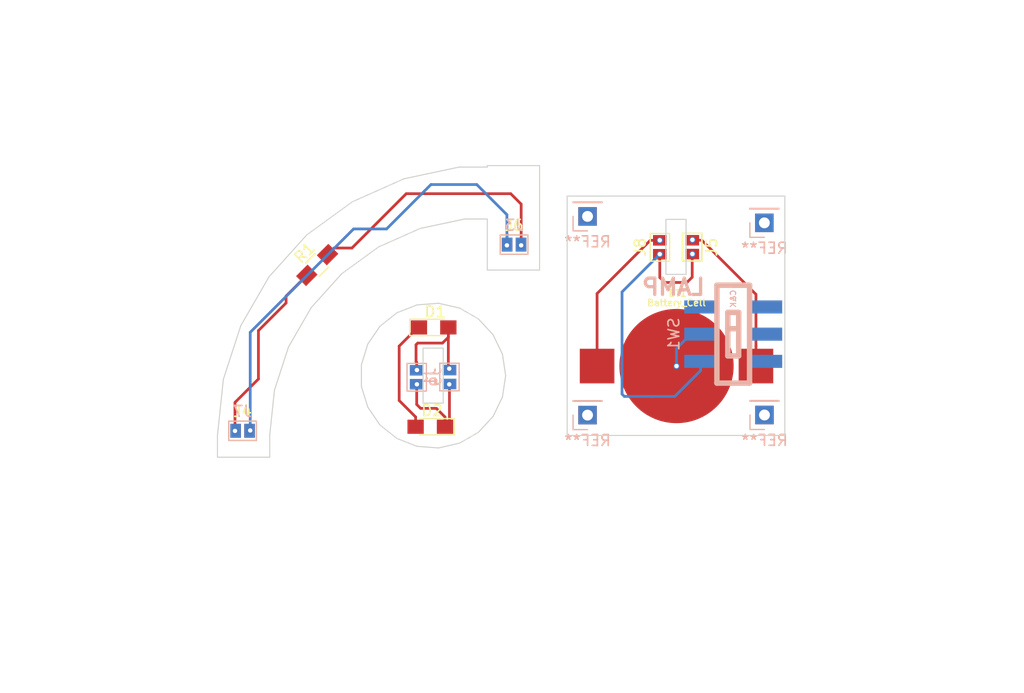
<source format=kicad_pcb>
(kicad_pcb (version 20170922) (host pcbnew no-vcs-found-6006b54~60~ubuntu17.04.1)

  (general
    (thickness 1.6)
    (drawings 62)
    (tracks 83)
    (zones 0)
    (modules 17)
    (nets 8)
  )

  (page A4)
  (layers
    (0 F.Cu signal)
    (31 B.Cu signal)
    (32 B.Adhes user)
    (33 F.Adhes user)
    (34 B.Paste user)
    (35 F.Paste user)
    (36 B.SilkS user)
    (37 F.SilkS user)
    (38 B.Mask user)
    (39 F.Mask user)
    (40 Dwgs.User user)
    (41 Cmts.User user)
    (42 Eco1.User user)
    (43 Eco2.User user)
    (44 Edge.Cuts user)
    (45 Margin user)
    (46 B.CrtYd user)
    (47 F.CrtYd user)
    (48 B.Fab user)
    (49 F.Fab user)
  )

  (setup
    (last_trace_width 0.25)
    (trace_clearance 0.1525)
    (zone_clearance 0.508)
    (zone_45_only no)
    (trace_min 0.1525)
    (segment_width 0.2)
    (edge_width 0.15)
    (via_size 0.6)
    (via_drill 0.4)
    (via_min_size 0.4)
    (via_min_drill 0.3)
    (uvia_size 0.3)
    (uvia_drill 0.1)
    (uvias_allowed no)
    (uvia_min_size 0.2)
    (uvia_min_drill 0.1)
    (pcb_text_width 0.3)
    (pcb_text_size 1.5 1.5)
    (mod_edge_width 0.15)
    (mod_text_size 1 1)
    (mod_text_width 0.15)
    (pad_size 4 4)
    (pad_drill 0)
    (pad_to_mask_clearance 0.2)
    (aux_axis_origin 0 0)
    (visible_elements FFFFFF7F)
    (pcbplotparams
      (layerselection 0x01000_7fffffff)
      (usegerberextensions false)
      (usegerberattributes true)
      (usegerberadvancedattributes true)
      (creategerberjobfile true)
      (excludeedgelayer true)
      (linewidth 0.100000)
      (plotframeref false)
      (viasonmask false)
      (mode 1)
      (useauxorigin true)
      (hpglpennumber 1)
      (hpglpenspeed 20)
      (hpglpendiameter 15)
      (psnegative false)
      (psa4output false)
      (plotreference false)
      (plotvalue false)
      (plotinvisibletext false)
      (padsonsilk false)
      (subtractmaskfromsilk false)
      (outputformat 3)
      (mirror false)
      (drillshape 0)
      (scaleselection 1)
      (outputdirectory ""))
  )

  (net 0 "")
  (net 1 GND)
  (net 2 "Net-(D1-Pad1)")
  (net 3 BAT+)
  (net 4 BAT-)
  (net 5 B2OUT+)
  (net 6 "Net-(SW1-Pad3)")
  (net 7 "Net-(BT1-Pad2)")

  (net_class Default "This is the default net class."
    (clearance 0.1525)
    (trace_width 0.25)
    (via_dia 0.6)
    (via_drill 0.4)
    (uvia_dia 0.3)
    (uvia_drill 0.1)
    (add_net B2OUT+)
    (add_net BAT+)
    (add_net BAT-)
    (add_net "Net-(BT1-Pad2)")
    (add_net "Net-(D1-Pad1)")
    (add_net "Net-(SW1-Pad3)")
  )

  (module SH_Batteries:Battery_Retainer_SR44_Keystone_2996 (layer F.Cu) (tedit 59D01827) (tstamp 59D06C28)
    (at 227.87758 100.33128)
    (path /59CBE70A)
    (solder_mask_margin 0.05)
    (solder_paste_margin -0.1)
    (attr smd)
    (fp_text reference BT1 (at 0.10242 -6.68128 180) (layer F.SilkS)
      (effects (font (size 0.6 0.6) (thickness 0.127)))
    )
    (fp_text value Battery_Cell (at 0 -5.81128) (layer F.SilkS)
      (effects (font (size 0.6 0.6) (thickness 0.127)))
    )
    (fp_line (start -6.6 -5.8) (end -6.6 4) (layer F.CrtYd) (width 0.05))
    (fp_line (start -3.57 6.27) (end -6.6 4) (layer F.CrtYd) (width 0.05))
    (fp_line (start 3.57 6.27) (end 6.6 4) (layer F.CrtYd) (width 0.05))
    (fp_line (start 6.6 -5.8) (end 6.6 4) (layer F.CrtYd) (width 0.05))
    (fp_line (start 6.6 -5.8) (end -6.6 -5.8) (layer F.CrtYd) (width 0.05))
    (fp_line (start -3.57 6.27) (end 3.57 6.27) (layer F.CrtYd) (width 0.05))
    (pad 1 smd rect (at -7.3 0) (size 3.18 3.18) (layers F.Cu F.Paste F.Mask)
      (net 3 BAT+))
    (pad 1 smd rect (at 7.3 0) (size 3.18 3.18) (layers F.Cu F.Paste F.Mask)
      (net 3 BAT+))
    (pad 2 connect circle (at 0 0) (size 10.5 10.5) (layers F.Cu F.Mask)
      (net 7 "Net-(BT1-Pad2)"))
  )

  (module Pin_Headers:Pin_Header_Straight_1x01_Pitch2.54mm (layer B.Cu) (tedit 59650532) (tstamp 59D4DFAE)
    (at 235.96 104.83)
    (descr "Through hole straight pin header, 1x01, 2.54mm pitch, single row")
    (tags "Through hole pin header THT 1x01 2.54mm single row")
    (fp_text reference REF** (at 0 2.33) (layer B.SilkS)
      (effects (font (size 1 1) (thickness 0.15)) (justify mirror))
    )
    (fp_text value Pin_Header_Straight_1x01_Pitch2.54mm (at 0 -2.33) (layer B.Fab)
      (effects (font (size 1 1) (thickness 0.15)) (justify mirror))
    )
    (fp_text user %R (at 0 0 -90) (layer B.Fab)
      (effects (font (size 1 1) (thickness 0.15)) (justify mirror))
    )
    (fp_line (start 1.8 1.8) (end -1.8 1.8) (layer B.CrtYd) (width 0.05))
    (fp_line (start 1.8 -1.8) (end 1.8 1.8) (layer B.CrtYd) (width 0.05))
    (fp_line (start -1.8 -1.8) (end 1.8 -1.8) (layer B.CrtYd) (width 0.05))
    (fp_line (start -1.8 1.8) (end -1.8 -1.8) (layer B.CrtYd) (width 0.05))
    (fp_line (start -1.33 1.33) (end 0 1.33) (layer B.SilkS) (width 0.12))
    (fp_line (start -1.33 0) (end -1.33 1.33) (layer B.SilkS) (width 0.12))
    (fp_line (start -1.33 -1.27) (end 1.33 -1.27) (layer B.SilkS) (width 0.12))
    (fp_line (start 1.33 -1.27) (end 1.33 -1.33) (layer B.SilkS) (width 0.12))
    (fp_line (start -1.33 -1.27) (end -1.33 -1.33) (layer B.SilkS) (width 0.12))
    (fp_line (start -1.33 -1.33) (end 1.33 -1.33) (layer B.SilkS) (width 0.12))
    (fp_line (start -1.27 0.635) (end -0.635 1.27) (layer B.Fab) (width 0.1))
    (fp_line (start -1.27 -1.27) (end -1.27 0.635) (layer B.Fab) (width 0.1))
    (fp_line (start 1.27 -1.27) (end -1.27 -1.27) (layer B.Fab) (width 0.1))
    (fp_line (start 1.27 1.27) (end 1.27 -1.27) (layer B.Fab) (width 0.1))
    (fp_line (start -0.635 1.27) (end 1.27 1.27) (layer B.Fab) (width 0.1))
    (pad 1 thru_hole rect (at 0 0) (size 1.7 1.7) (drill 1) (layers *.Cu *.Mask))
    (model ${KISYS3DMOD}/Pin_Headers.3dshapes/Pin_Header_Straight_1x01_Pitch2.54mm.wrl
      (at (xyz 0 0 0))
      (scale (xyz 1 1 1))
      (rotate (xyz 0 0 0))
    )
  )

  (module Pin_Headers:Pin_Header_Straight_1x01_Pitch2.54mm (layer B.Cu) (tedit 59650532) (tstamp 59D4DF86)
    (at 219.7 104.84)
    (descr "Through hole straight pin header, 1x01, 2.54mm pitch, single row")
    (tags "Through hole pin header THT 1x01 2.54mm single row")
    (fp_text reference REF** (at 0 2.33) (layer B.SilkS)
      (effects (font (size 1 1) (thickness 0.15)) (justify mirror))
    )
    (fp_text value Pin_Header_Straight_1x01_Pitch2.54mm (at 0 -2.33) (layer B.Fab)
      (effects (font (size 1 1) (thickness 0.15)) (justify mirror))
    )
    (fp_line (start -0.635 1.27) (end 1.27 1.27) (layer B.Fab) (width 0.1))
    (fp_line (start 1.27 1.27) (end 1.27 -1.27) (layer B.Fab) (width 0.1))
    (fp_line (start 1.27 -1.27) (end -1.27 -1.27) (layer B.Fab) (width 0.1))
    (fp_line (start -1.27 -1.27) (end -1.27 0.635) (layer B.Fab) (width 0.1))
    (fp_line (start -1.27 0.635) (end -0.635 1.27) (layer B.Fab) (width 0.1))
    (fp_line (start -1.33 -1.33) (end 1.33 -1.33) (layer B.SilkS) (width 0.12))
    (fp_line (start -1.33 -1.27) (end -1.33 -1.33) (layer B.SilkS) (width 0.12))
    (fp_line (start 1.33 -1.27) (end 1.33 -1.33) (layer B.SilkS) (width 0.12))
    (fp_line (start -1.33 -1.27) (end 1.33 -1.27) (layer B.SilkS) (width 0.12))
    (fp_line (start -1.33 0) (end -1.33 1.33) (layer B.SilkS) (width 0.12))
    (fp_line (start -1.33 1.33) (end 0 1.33) (layer B.SilkS) (width 0.12))
    (fp_line (start -1.8 1.8) (end -1.8 -1.8) (layer B.CrtYd) (width 0.05))
    (fp_line (start -1.8 -1.8) (end 1.8 -1.8) (layer B.CrtYd) (width 0.05))
    (fp_line (start 1.8 -1.8) (end 1.8 1.8) (layer B.CrtYd) (width 0.05))
    (fp_line (start 1.8 1.8) (end -1.8 1.8) (layer B.CrtYd) (width 0.05))
    (fp_text user %R (at 0 0 -90) (layer B.Fab)
      (effects (font (size 1 1) (thickness 0.15)) (justify mirror))
    )
    (pad 1 thru_hole rect (at 0 0) (size 1.7 1.7) (drill 1) (layers *.Cu *.Mask))
    (model ${KISYS3DMOD}/Pin_Headers.3dshapes/Pin_Header_Straight_1x01_Pitch2.54mm.wrl
      (at (xyz 0 0 0))
      (scale (xyz 1 1 1))
      (rotate (xyz 0 0 0))
    )
  )

  (module Pin_Headers:Pin_Header_Straight_1x01_Pitch2.54mm (layer B.Cu) (tedit 59650532) (tstamp 59D4DF5E)
    (at 219.7 86.58)
    (descr "Through hole straight pin header, 1x01, 2.54mm pitch, single row")
    (tags "Through hole pin header THT 1x01 2.54mm single row")
    (fp_text reference REF** (at 0 2.33) (layer B.SilkS)
      (effects (font (size 1 1) (thickness 0.15)) (justify mirror))
    )
    (fp_text value Pin_Header_Straight_1x01_Pitch2.54mm (at 0 -2.33) (layer B.Fab)
      (effects (font (size 1 1) (thickness 0.15)) (justify mirror))
    )
    (fp_text user %R (at 0 0 -90) (layer B.Fab)
      (effects (font (size 1 1) (thickness 0.15)) (justify mirror))
    )
    (fp_line (start 1.8 1.8) (end -1.8 1.8) (layer B.CrtYd) (width 0.05))
    (fp_line (start 1.8 -1.8) (end 1.8 1.8) (layer B.CrtYd) (width 0.05))
    (fp_line (start -1.8 -1.8) (end 1.8 -1.8) (layer B.CrtYd) (width 0.05))
    (fp_line (start -1.8 1.8) (end -1.8 -1.8) (layer B.CrtYd) (width 0.05))
    (fp_line (start -1.33 1.33) (end 0 1.33) (layer B.SilkS) (width 0.12))
    (fp_line (start -1.33 0) (end -1.33 1.33) (layer B.SilkS) (width 0.12))
    (fp_line (start -1.33 -1.27) (end 1.33 -1.27) (layer B.SilkS) (width 0.12))
    (fp_line (start 1.33 -1.27) (end 1.33 -1.33) (layer B.SilkS) (width 0.12))
    (fp_line (start -1.33 -1.27) (end -1.33 -1.33) (layer B.SilkS) (width 0.12))
    (fp_line (start -1.33 -1.33) (end 1.33 -1.33) (layer B.SilkS) (width 0.12))
    (fp_line (start -1.27 0.635) (end -0.635 1.27) (layer B.Fab) (width 0.1))
    (fp_line (start -1.27 -1.27) (end -1.27 0.635) (layer B.Fab) (width 0.1))
    (fp_line (start 1.27 -1.27) (end -1.27 -1.27) (layer B.Fab) (width 0.1))
    (fp_line (start 1.27 1.27) (end 1.27 -1.27) (layer B.Fab) (width 0.1))
    (fp_line (start -0.635 1.27) (end 1.27 1.27) (layer B.Fab) (width 0.1))
    (pad 1 thru_hole rect (at 0 0) (size 1.7 1.7) (drill 1) (layers *.Cu *.Mask))
    (model ${KISYS3DMOD}/Pin_Headers.3dshapes/Pin_Header_Straight_1x01_Pitch2.54mm.wrl
      (at (xyz 0 0 0))
      (scale (xyz 1 1 1))
      (rotate (xyz 0 0 0))
    )
  )

  (module Pin_Headers:Pin_Header_Straight_1x01_Pitch2.54mm (layer B.Cu) (tedit 59650532) (tstamp 59D4DF5C)
    (at 235.95 87.17)
    (descr "Through hole straight pin header, 1x01, 2.54mm pitch, single row")
    (tags "Through hole pin header THT 1x01 2.54mm single row")
    (fp_text reference REF** (at 0 2.33) (layer B.SilkS)
      (effects (font (size 1 1) (thickness 0.15)) (justify mirror))
    )
    (fp_text value Pin_Header_Straight_1x01_Pitch2.54mm (at 0 -2.33) (layer B.Fab)
      (effects (font (size 1 1) (thickness 0.15)) (justify mirror))
    )
    (fp_line (start -0.635 1.27) (end 1.27 1.27) (layer B.Fab) (width 0.1))
    (fp_line (start 1.27 1.27) (end 1.27 -1.27) (layer B.Fab) (width 0.1))
    (fp_line (start 1.27 -1.27) (end -1.27 -1.27) (layer B.Fab) (width 0.1))
    (fp_line (start -1.27 -1.27) (end -1.27 0.635) (layer B.Fab) (width 0.1))
    (fp_line (start -1.27 0.635) (end -0.635 1.27) (layer B.Fab) (width 0.1))
    (fp_line (start -1.33 -1.33) (end 1.33 -1.33) (layer B.SilkS) (width 0.12))
    (fp_line (start -1.33 -1.27) (end -1.33 -1.33) (layer B.SilkS) (width 0.12))
    (fp_line (start 1.33 -1.27) (end 1.33 -1.33) (layer B.SilkS) (width 0.12))
    (fp_line (start -1.33 -1.27) (end 1.33 -1.27) (layer B.SilkS) (width 0.12))
    (fp_line (start -1.33 0) (end -1.33 1.33) (layer B.SilkS) (width 0.12))
    (fp_line (start -1.33 1.33) (end 0 1.33) (layer B.SilkS) (width 0.12))
    (fp_line (start -1.8 1.8) (end -1.8 -1.8) (layer B.CrtYd) (width 0.05))
    (fp_line (start -1.8 -1.8) (end 1.8 -1.8) (layer B.CrtYd) (width 0.05))
    (fp_line (start 1.8 -1.8) (end 1.8 1.8) (layer B.CrtYd) (width 0.05))
    (fp_line (start 1.8 1.8) (end -1.8 1.8) (layer B.CrtYd) (width 0.05))
    (fp_text user %R (at 0 0 -90) (layer B.Fab)
      (effects (font (size 1 1) (thickness 0.15)) (justify mirror))
    )
    (pad 1 thru_hole rect (at 0 0) (size 1.7 1.7) (drill 1) (layers *.Cu *.Mask))
    (model ${KISYS3DMOD}/Pin_Headers.3dshapes/Pin_Header_Straight_1x01_Pitch2.54mm.wrl
      (at (xyz 0 0 0))
      (scale (xyz 1 1 1))
      (rotate (xyz 0 0 0))
    )
  )

  (module Connectors:GS2 (layer F.Cu) (tedit 0) (tstamp 59CBED48)
    (at 229.32 89.405)
    (descr "Pontet Goute de soudure")
    (path /59CBECA5)
    (attr virtual)
    (fp_text reference J5 (at 1.778 0 90) (layer F.SilkS)
      (effects (font (size 1 1) (thickness 0.15)))
    )
    (fp_text value B1OUT (at -2.7438 0 90) (layer F.Fab)
      (effects (font (size 1 1) (thickness 0.15)))
    )
    (fp_line (start -0.889 -1.27) (end -0.889 1.27) (layer F.SilkS) (width 0.15))
    (fp_line (start 0.889 1.27) (end 0.889 -1.27) (layer F.SilkS) (width 0.15))
    (fp_line (start 0.889 1.27) (end -0.889 1.27) (layer F.SilkS) (width 0.15))
    (fp_line (start -0.889 -1.27) (end 0.889 -1.27) (layer F.SilkS) (width 0.15))
    (pad 1 smd rect (at 0 -0.635) (size 1.27 0.9652) (layers F.Cu F.Paste F.Mask)
      (net 3 BAT+))
    (pad 2 smd rect (at 0 0.635) (size 1.27 0.9652) (layers F.Cu F.Paste F.Mask)
      (net 4 BAT-))
  )

  (module LEDs:LED_0805_HandSoldering (layer F.Cu) (tedit 595FCA25) (tstamp 59CBED2A)
    (at 205.556 96.781)
    (descr "Resistor SMD 0805, hand soldering")
    (tags "resistor 0805")
    (path /59CBE6DF)
    (attr smd)
    (fp_text reference D1 (at 0.144 -1.441) (layer F.SilkS)
      (effects (font (size 1 1) (thickness 0.15)))
    )
    (fp_text value LED (at 0 1.75) (layer F.Fab)
      (effects (font (size 1 1) (thickness 0.15)))
    )
    (fp_line (start -0.4 -0.4) (end -0.4 0.4) (layer F.Fab) (width 0.1))
    (fp_line (start -0.4 0) (end 0.2 -0.4) (layer F.Fab) (width 0.1))
    (fp_line (start 0.2 0.4) (end -0.4 0) (layer F.Fab) (width 0.1))
    (fp_line (start 0.2 -0.4) (end 0.2 0.4) (layer F.Fab) (width 0.1))
    (fp_line (start -1 0.62) (end -1 -0.62) (layer F.Fab) (width 0.1))
    (fp_line (start 1 0.62) (end -1 0.62) (layer F.Fab) (width 0.1))
    (fp_line (start 1 -0.62) (end 1 0.62) (layer F.Fab) (width 0.1))
    (fp_line (start -1 -0.62) (end 1 -0.62) (layer F.Fab) (width 0.1))
    (fp_line (start 1 0.75) (end -2.2 0.75) (layer F.SilkS) (width 0.12))
    (fp_line (start -2.2 -0.75) (end 1 -0.75) (layer F.SilkS) (width 0.12))
    (fp_line (start -2.35 -0.9) (end 2.35 -0.9) (layer F.CrtYd) (width 0.05))
    (fp_line (start -2.35 -0.9) (end -2.35 0.9) (layer F.CrtYd) (width 0.05))
    (fp_line (start 2.35 0.9) (end 2.35 -0.9) (layer F.CrtYd) (width 0.05))
    (fp_line (start 2.35 0.9) (end -2.35 0.9) (layer F.CrtYd) (width 0.05))
    (fp_line (start -2.2 -0.75) (end -2.2 0.75) (layer F.SilkS) (width 0.12))
    (pad 1 smd rect (at -1.35 0) (size 1.5 1.3) (layers F.Cu F.Paste F.Mask)
      (net 2 "Net-(D1-Pad1)"))
    (pad 2 smd rect (at 1.35 0) (size 1.5 1.3) (layers F.Cu F.Paste F.Mask)
      (net 5 B2OUT+))
    (model ${KISYS3DMOD}/LEDs.3dshapes/LED_0805.wrl
      (at (xyz 0 0 0))
      (scale (xyz 1 1 1))
      (rotate (xyz 0 0 0))
    )
  )

  (module Resistors_SMD:R_0805_HandSoldering (layer F.Cu) (tedit 58307B90) (tstamp 59CBED4E)
    (at 194.854594 91.040406 45)
    (descr "Resistor SMD 0805, hand soldering")
    (tags "resistor 0805")
    (path /59CBE7B2)
    (attr smd)
    (fp_text reference R1 (at -0.031246 -1.615739 45) (layer F.SilkS)
      (effects (font (size 1 1) (thickness 0.15)))
    )
    (fp_text value R (at 0 2.1 45) (layer F.Fab)
      (effects (font (size 1 1) (thickness 0.15)))
    )
    (fp_line (start -1 0.625) (end -1 -0.625) (layer F.Fab) (width 0.1))
    (fp_line (start 1 0.625) (end -1 0.625) (layer F.Fab) (width 0.1))
    (fp_line (start 1 -0.625) (end 1 0.625) (layer F.Fab) (width 0.1))
    (fp_line (start -1 -0.625) (end 1 -0.625) (layer F.Fab) (width 0.1))
    (fp_line (start -2.4 -1) (end 2.4 -1) (layer F.CrtYd) (width 0.05))
    (fp_line (start -2.4 1) (end 2.4 1) (layer F.CrtYd) (width 0.05))
    (fp_line (start -2.4 -1) (end -2.4 1) (layer F.CrtYd) (width 0.05))
    (fp_line (start 2.4 -1) (end 2.4 1) (layer F.CrtYd) (width 0.05))
    (fp_line (start 0.600001 0.875) (end -0.600001 0.875) (layer F.SilkS) (width 0.15))
    (fp_line (start -0.600001 -0.875) (end 0.600001 -0.875) (layer F.SilkS) (width 0.15))
    (pad 1 smd rect (at -1.35 0 45) (size 1.5 1.3) (layers F.Cu F.Paste F.Mask)
      (net 3 BAT+))
    (pad 2 smd rect (at 1.35 0 45) (size 1.5 1.3) (layers F.Cu F.Paste F.Mask)
      (net 5 B2OUT+))
    (model Resistors_SMD.3dshapes/R_0805_HandSoldering.wrl
      (at (xyz 0 0 0))
      (scale (xyz 1 1 1))
      (rotate (xyz 0 0 0))
    )
  )

  (module Connectors:GS2 (layer B.Cu) (tedit 586134A1) (tstamp 59CFF584)
    (at 207.01 101.34 180)
    (descr "2-pin solder bridge")
    (tags "solder bridge")
    (path /59CFF43C)
    (attr smd)
    (fp_text reference J1 (at 1.78 0 90) (layer B.SilkS)
      (effects (font (size 1 1) (thickness 0.15)) (justify mirror))
    )
    (fp_text value B3IN2 (at 3.08 0.01 90) (layer B.Fab)
      (effects (font (size 1 1) (thickness 0.15)) (justify mirror))
    )
    (fp_line (start -0.89 1.27) (end 0.89 1.27) (layer B.SilkS) (width 0.12))
    (fp_line (start 0.89 -1.27) (end -0.89 -1.27) (layer B.SilkS) (width 0.12))
    (fp_line (start 0.89 -1.27) (end 0.89 1.27) (layer B.SilkS) (width 0.12))
    (fp_line (start -0.89 1.27) (end -0.89 -1.27) (layer B.SilkS) (width 0.12))
    (fp_line (start -1.1 1.45) (end 1.1 1.45) (layer B.CrtYd) (width 0.05))
    (fp_line (start -1.1 -1.5) (end -1.1 1.45) (layer B.CrtYd) (width 0.05))
    (fp_line (start 1.1 -1.5) (end -1.1 -1.5) (layer B.CrtYd) (width 0.05))
    (fp_line (start 1.1 1.45) (end 1.1 -1.5) (layer B.CrtYd) (width 0.05))
    (pad 2 smd rect (at 0 -0.64 180) (size 1.27 0.97) (layers B.Cu B.Paste B.Mask)
      (net 4 BAT-))
    (pad 1 smd rect (at 0 0.64 180) (size 1.27 0.97) (layers B.Cu B.Paste B.Mask)
      (net 5 B2OUT+))
  )

  (module Connectors:GS2 (layer F.Cu) (tedit 586134A1) (tstamp 59CFF592)
    (at 212.95 89.1758 270)
    (descr "2-pin solder bridge")
    (tags "solder bridge")
    (path /59CFF410)
    (attr smd)
    (fp_text reference J6 (at -1.78 0) (layer F.SilkS)
      (effects (font (size 1 1) (thickness 0.15)))
    )
    (fp_text value B2OUT2 (at -1.8 0) (layer F.Fab)
      (effects (font (size 1 1) (thickness 0.15)))
    )
    (fp_line (start 1.1 -1.45) (end 1.1 1.5) (layer F.CrtYd) (width 0.05))
    (fp_line (start 1.1 1.5) (end -1.1 1.5) (layer F.CrtYd) (width 0.05))
    (fp_line (start -1.1 1.5) (end -1.1 -1.45) (layer F.CrtYd) (width 0.05))
    (fp_line (start -1.1 -1.45) (end 1.1 -1.45) (layer F.CrtYd) (width 0.05))
    (fp_line (start -0.89 -1.27) (end -0.89 1.27) (layer F.SilkS) (width 0.12))
    (fp_line (start 0.89 1.27) (end 0.89 -1.27) (layer F.SilkS) (width 0.12))
    (fp_line (start 0.89 1.27) (end -0.89 1.27) (layer F.SilkS) (width 0.12))
    (fp_line (start -0.89 -1.27) (end 0.89 -1.27) (layer F.SilkS) (width 0.12))
    (pad 1 smd rect (at 0 -0.64 270) (size 1.27 0.97) (layers F.Cu F.Paste F.Mask)
      (net 5 B2OUT+))
    (pad 2 smd rect (at 0 0.64 270) (size 1.27 0.97) (layers F.Cu F.Paste F.Mask)
      (net 4 BAT-))
  )

  (module Connectors:GS2 (layer B.Cu) (tedit 586134A1) (tstamp 59CFF5A0)
    (at 187.9988 106.279189 270)
    (descr "2-pin solder bridge")
    (tags "solder bridge")
    (path /59CFF3B2)
    (attr smd)
    (fp_text reference J7 (at -1.78339 0.0188 180) (layer B.SilkS)
      (effects (font (size 1 1) (thickness 0.15)) (justify mirror))
    )
    (fp_text value B2IN2 (at -1.8 0 180) (layer B.Fab)
      (effects (font (size 1 1) (thickness 0.15)) (justify mirror))
    )
    (fp_line (start 1.1 1.45) (end 1.1 -1.5) (layer B.CrtYd) (width 0.05))
    (fp_line (start 1.1 -1.5) (end -1.1 -1.5) (layer B.CrtYd) (width 0.05))
    (fp_line (start -1.1 -1.5) (end -1.1 1.45) (layer B.CrtYd) (width 0.05))
    (fp_line (start -1.1 1.45) (end 1.1 1.45) (layer B.CrtYd) (width 0.05))
    (fp_line (start -0.89 1.27) (end -0.89 -1.27) (layer B.SilkS) (width 0.12))
    (fp_line (start 0.89 -1.27) (end 0.89 1.27) (layer B.SilkS) (width 0.12))
    (fp_line (start 0.89 -1.27) (end -0.89 -1.27) (layer B.SilkS) (width 0.12))
    (fp_line (start -0.89 1.27) (end 0.89 1.27) (layer B.SilkS) (width 0.12))
    (pad 1 smd rect (at 0 0.64 270) (size 1.27 0.97) (layers B.Cu B.Paste B.Mask)
      (net 3 BAT+))
    (pad 2 smd rect (at 0 -0.64 270) (size 1.27 0.97) (layers B.Cu B.Paste B.Mask)
      (net 4 BAT-))
  )

  (module Connectors:GS2 (layer F.Cu) (tedit 586134A1) (tstamp 59CFF5AE)
    (at 226.3513 89.416901)
    (descr "2-pin solder bridge")
    (tags "solder bridge")
    (path /59CFF3E2)
    (attr smd)
    (fp_text reference J8 (at -1.8113 -0.016901 90) (layer F.SilkS)
      (effects (font (size 1 1) (thickness 0.15)))
    )
    (fp_text value B1OUT2 (at -1.8 0 90) (layer F.Fab)
      (effects (font (size 1 1) (thickness 0.15)))
    )
    (fp_line (start -0.89 -1.27) (end 0.89 -1.27) (layer F.SilkS) (width 0.12))
    (fp_line (start 0.89 1.27) (end -0.89 1.27) (layer F.SilkS) (width 0.12))
    (fp_line (start 0.89 1.27) (end 0.89 -1.27) (layer F.SilkS) (width 0.12))
    (fp_line (start -0.89 -1.27) (end -0.89 1.27) (layer F.SilkS) (width 0.12))
    (fp_line (start -1.1 -1.45) (end 1.1 -1.45) (layer F.CrtYd) (width 0.05))
    (fp_line (start -1.1 1.5) (end -1.1 -1.45) (layer F.CrtYd) (width 0.05))
    (fp_line (start 1.1 1.5) (end -1.1 1.5) (layer F.CrtYd) (width 0.05))
    (fp_line (start 1.1 -1.45) (end 1.1 1.5) (layer F.CrtYd) (width 0.05))
    (pad 2 smd rect (at 0 0.64) (size 1.27 0.97) (layers F.Cu F.Paste F.Mask)
      (net 4 BAT-))
    (pad 1 smd rect (at 0 -0.64) (size 1.27 0.97) (layers F.Cu F.Paste F.Mask)
      (net 3 BAT+))
  )

  (module LEDs:LED_0805_HandSoldering (layer F.Cu) (tedit 595FCA25) (tstamp 59D0965C)
    (at 205.25 105.91 180)
    (descr "Resistor SMD 0805, hand soldering")
    (tags "resistor 0805")
    (path /59CFF60D)
    (attr smd)
    (fp_text reference D2 (at -0.15 1.49 180) (layer F.SilkS)
      (effects (font (size 1 1) (thickness 0.15)))
    )
    (fp_text value LED (at 0 1.75 180) (layer F.Fab)
      (effects (font (size 1 1) (thickness 0.15)))
    )
    (fp_line (start -2.2 -0.75) (end -2.2 0.75) (layer F.SilkS) (width 0.12))
    (fp_line (start 2.35 0.9) (end -2.35 0.9) (layer F.CrtYd) (width 0.05))
    (fp_line (start 2.35 0.9) (end 2.35 -0.9) (layer F.CrtYd) (width 0.05))
    (fp_line (start -2.35 -0.9) (end -2.35 0.9) (layer F.CrtYd) (width 0.05))
    (fp_line (start -2.35 -0.9) (end 2.35 -0.9) (layer F.CrtYd) (width 0.05))
    (fp_line (start -2.2 -0.75) (end 1 -0.75) (layer F.SilkS) (width 0.12))
    (fp_line (start 1 0.75) (end -2.2 0.75) (layer F.SilkS) (width 0.12))
    (fp_line (start -1 -0.62) (end 1 -0.62) (layer F.Fab) (width 0.1))
    (fp_line (start 1 -0.62) (end 1 0.62) (layer F.Fab) (width 0.1))
    (fp_line (start 1 0.62) (end -1 0.62) (layer F.Fab) (width 0.1))
    (fp_line (start -1 0.62) (end -1 -0.62) (layer F.Fab) (width 0.1))
    (fp_line (start 0.2 -0.4) (end 0.2 0.4) (layer F.Fab) (width 0.1))
    (fp_line (start 0.2 0.4) (end -0.4 0) (layer F.Fab) (width 0.1))
    (fp_line (start -0.4 0) (end 0.2 -0.4) (layer F.Fab) (width 0.1))
    (fp_line (start -0.4 -0.4) (end -0.4 0.4) (layer F.Fab) (width 0.1))
    (pad 2 smd rect (at 1.35 0 180) (size 1.5 1.3) (layers F.Cu F.Paste F.Mask)
      (net 2 "Net-(D1-Pad1)"))
    (pad 1 smd rect (at -1.35 0 180) (size 1.5 1.3) (layers F.Cu F.Paste F.Mask)
      (net 4 BAT-))
    (model ${KISYS3DMOD}/LEDs.3dshapes/LED_0805.wrl
      (at (xyz 0 0 0))
      (scale (xyz 1 1 1))
      (rotate (xyz 0 0 0))
    )
  )

  (module Connectors:GS2 (layer B.Cu) (tedit 586134A1) (tstamp 59D09678)
    (at 212.950001 89.1733 90)
    (descr "2-pin solder bridge")
    (tags "solder bridge")
    (path /59CBED4A)
    (attr smd)
    (fp_text reference J3 (at 1.78 0) (layer B.SilkS)
      (effects (font (size 1 1) (thickness 0.15)) (justify mirror))
    )
    (fp_text value B2OUT (at -1.8 0) (layer B.Fab)
      (effects (font (size 1 1) (thickness 0.15)) (justify mirror))
    )
    (fp_line (start 1.1 1.45) (end 1.1 -1.5) (layer B.CrtYd) (width 0.05))
    (fp_line (start 1.1 -1.5) (end -1.1 -1.5) (layer B.CrtYd) (width 0.05))
    (fp_line (start -1.1 -1.5) (end -1.1 1.45) (layer B.CrtYd) (width 0.05))
    (fp_line (start -1.1 1.45) (end 1.1 1.45) (layer B.CrtYd) (width 0.05))
    (fp_line (start -0.89 1.27) (end -0.89 -1.27) (layer B.SilkS) (width 0.12))
    (fp_line (start 0.89 -1.27) (end 0.89 1.27) (layer B.SilkS) (width 0.12))
    (fp_line (start 0.89 -1.27) (end -0.89 -1.27) (layer B.SilkS) (width 0.12))
    (fp_line (start -0.89 1.27) (end 0.89 1.27) (layer B.SilkS) (width 0.12))
    (pad 1 smd rect (at 0 0.64 90) (size 1.27 0.97) (layers B.Cu B.Paste B.Mask)
      (net 5 B2OUT+))
    (pad 2 smd rect (at 0 -0.64 90) (size 1.27 0.97) (layers B.Cu B.Paste B.Mask)
      (net 4 BAT-))
  )

  (module Connectors:GS2 (layer F.Cu) (tedit 586134A1) (tstamp 59D09686)
    (at 187.9988 106.279189 90)
    (descr "2-pin solder bridge")
    (tags "solder bridge")
    (path /59CBEDD1)
    (attr smd)
    (fp_text reference J4 (at 1.78 0 180) (layer F.SilkS)
      (effects (font (size 1 1) (thickness 0.15)))
    )
    (fp_text value B2IN (at -1.8 0 180) (layer F.Fab)
      (effects (font (size 1 1) (thickness 0.15)))
    )
    (fp_line (start -0.89 -1.27) (end 0.89 -1.27) (layer F.SilkS) (width 0.12))
    (fp_line (start 0.89 1.27) (end -0.89 1.27) (layer F.SilkS) (width 0.12))
    (fp_line (start 0.89 1.27) (end 0.89 -1.27) (layer F.SilkS) (width 0.12))
    (fp_line (start -0.89 -1.27) (end -0.89 1.27) (layer F.SilkS) (width 0.12))
    (fp_line (start -1.1 -1.45) (end 1.1 -1.45) (layer F.CrtYd) (width 0.05))
    (fp_line (start -1.1 1.5) (end -1.1 -1.45) (layer F.CrtYd) (width 0.05))
    (fp_line (start 1.1 1.5) (end -1.1 1.5) (layer F.CrtYd) (width 0.05))
    (fp_line (start 1.1 -1.45) (end 1.1 1.5) (layer F.CrtYd) (width 0.05))
    (pad 2 smd rect (at 0 0.64 90) (size 1.27 0.97) (layers F.Cu F.Paste F.Mask)
      (net 4 BAT-))
    (pad 1 smd rect (at 0 -0.64 90) (size 1.27 0.97) (layers F.Cu F.Paste F.Mask)
      (net 3 BAT+))
  )

  (module Connectors:GS2 (layer B.Cu) (tedit 586134A1) (tstamp 59D09B2E)
    (at 204 101.359786 180)
    (descr "2-pin solder bridge")
    (tags "solder bridge")
    (path /59D00D54)
    (attr smd)
    (fp_text reference J9 (at -1.75 0 90) (layer B.SilkS)
      (effects (font (size 1 1) (thickness 0.15)) (justify mirror))
    )
    (fp_text value B3IN (at -3.11 0 90) (layer B.Fab)
      (effects (font (size 1 1) (thickness 0.15)) (justify mirror))
    )
    (fp_line (start 1.1 1.45) (end 1.1 -1.5) (layer B.CrtYd) (width 0.05))
    (fp_line (start 1.1 -1.5) (end -1.1 -1.5) (layer B.CrtYd) (width 0.05))
    (fp_line (start -1.1 -1.5) (end -1.1 1.45) (layer B.CrtYd) (width 0.05))
    (fp_line (start -1.1 1.45) (end 1.1 1.45) (layer B.CrtYd) (width 0.05))
    (fp_line (start -0.89 1.27) (end -0.89 -1.27) (layer B.SilkS) (width 0.12))
    (fp_line (start 0.89 -1.27) (end 0.89 1.27) (layer B.SilkS) (width 0.12))
    (fp_line (start 0.89 -1.27) (end -0.89 -1.27) (layer B.SilkS) (width 0.12))
    (fp_line (start -0.89 1.27) (end 0.89 1.27) (layer B.SilkS) (width 0.12))
    (pad 1 smd rect (at 0 0.64 180) (size 1.27 0.97) (layers B.Cu B.Paste B.Mask)
      (net 5 B2OUT+))
    (pad 2 smd rect (at 0 -0.64 180) (size 1.27 0.97) (layers B.Cu B.Paste B.Mask)
      (net 4 BAT-))
  )

  (module Buttons_Switches_SMD:JS202011SCQN (layer B.Cu) (tedit 59D026A2) (tstamp 59D2E19D)
    (at 233.09 97.4 90)
    (path /59D02C38)
    (fp_text reference SW1 (at 0 -5.461 90) (layer B.SilkS)
      (effects (font (size 1 1) (thickness 0.15)) (justify mirror))
    )
    (fp_text value SW_SPDT (at 0 5.5 90) (layer B.Fab)
      (effects (font (size 1 1) (thickness 0.15)) (justify mirror))
    )
    (fp_line (start -4.5 1.5) (end 4.5 1.5) (layer B.SilkS) (width 0.5))
    (fp_line (start 4.5 0) (end 4.5 1.5) (layer B.SilkS) (width 0.5))
    (fp_line (start 4.5 1.5) (end 4.5 0) (layer B.SilkS) (width 0.5))
    (fp_line (start 4.5 0) (end 4.5 -1.5) (layer B.SilkS) (width 0.5))
    (fp_line (start 4.5 -1.5) (end -4.5 -1.5) (layer B.SilkS) (width 0.5))
    (fp_line (start -4.5 -1.5) (end -4.5 1.5) (layer B.SilkS) (width 0.5))
    (fp_line (start -2 0.5) (end 2 0.5) (layer B.SilkS) (width 0.5))
    (fp_line (start 2 0.5) (end 2 -0.5) (layer B.SilkS) (width 0.5))
    (fp_line (start 2 -0.5) (end -2 -0.5) (layer B.SilkS) (width 0.5))
    (fp_line (start -2 -0.5) (end -2 0.5) (layer B.SilkS) (width 0.5))
    (fp_line (start 0.5 0.5) (end 0.5 -0.5) (layer B.SilkS) (width 0.5))
    (fp_text user C&K (at 3.25 0 90) (layer B.SilkS)
      (effects (font (size 0.5 0.5) (thickness 0.1)) (justify mirror))
    )
    (pad 1 smd rect (at -2.5 -3 90) (size 1.2 3) (layers B.Cu B.Paste B.Mask)
      (net 4 BAT-))
    (pad 2 smd rect (at 0 -3 90) (size 1.2 3) (layers B.Cu B.Paste B.Mask)
      (net 7 "Net-(BT1-Pad2)"))
    (pad 3 smd rect (at 2.5 -3 90) (size 1.2 3) (layers B.Cu B.Paste B.Mask)
      (net 6 "Net-(SW1-Pad3)"))
    (pad 4 smd rect (at -2.5 3 90) (size 1.2 3) (layers B.Cu B.Paste B.Mask))
    (pad 5 smd rect (at 0 3 90) (size 1.2 3) (layers B.Cu B.Paste B.Mask))
    (pad 6 smd rect (at 2.5 3 90) (size 1.2 3) (layers B.Cu B.Paste B.Mask))
  )

  (gr_text LAMP (at 227.59 93.07) (layer B.SilkS)
    (effects (font (size 1.5 1.5) (thickness 0.3)) (justify mirror))
  )
  (gr_line (start 202.1761 106.9829) (end 204.02594 107.70891) (layer Edge.Cuts) (width 0.1))
  (gr_line (start 200.6224 105.74388) (end 202.1761 106.9829) (layer Edge.Cuts) (width 0.1))
  (gr_line (start 199.5029 104.10195) (end 200.6224 105.74388) (layer Edge.Cuts) (width 0.1))
  (gr_line (start 198.9172 102.20301) (end 199.5029 104.10195) (layer Edge.Cuts) (width 0.1))
  (gr_line (start 198.9172 100.21579) (end 198.9172 102.20301) (layer Edge.Cuts) (width 0.1))
  (gr_line (start 199.5029 98.3169) (end 198.9172 100.21579) (layer Edge.Cuts) (width 0.1))
  (gr_line (start 190.9265 102.55117) (end 192.2185 98.57468) (layer Edge.Cuts) (width 0.1))
  (gr_line (start 190.4894 106.7094) (end 190.9265 102.55117) (layer Edge.Cuts) (width 0.1))
  (gr_line (start 209.66599 95.9972) (end 207.94499 95.0036) (layer Edge.Cuts) (width 0.1))
  (gr_line (start 211.01766 97.4539) (end 209.66599 95.9972) (layer Edge.Cuts) (width 0.1))
  (gr_line (start 211.87988 99.24437) (end 211.01766 97.4539) (layer Edge.Cuts) (width 0.1))
  (gr_line (start 212.17606 101.2094) (end 211.87988 99.24437) (layer Edge.Cuts) (width 0.1))
  (gr_line (start 211.87988 103.17443) (end 212.17606 101.2094) (layer Edge.Cuts) (width 0.1))
  (gr_line (start 210.4894 91.51) (end 215.29 91.51) (layer Edge.Cuts) (width 0.1))
  (gr_line (start 210.4894 86.819) (end 210.4894 91.51) (layer Edge.Cuts) (width 0.1))
  (gr_line (start 208.39884 86.819) (end 210.4894 86.819) (layer Edge.Cuts) (width 0.1))
  (gr_line (start 204.30907 87.6883) (end 208.39884 86.819) (layer Edge.Cuts) (width 0.1))
  (gr_line (start 200.48942 89.3889) (end 204.30907 87.6883) (layer Edge.Cuts) (width 0.1))
  (gr_line (start 197.1068 91.8465) (end 200.48942 89.3889) (layer Edge.Cuts) (width 0.1))
  (gr_line (start 187.8329 96.6221) (end 186.2308 101.55307) (layer Edge.Cuts) (width 0.1))
  (gr_line (start 190.4253 92.132) (end 187.8329 96.6221) (layer Edge.Cuts) (width 0.1))
  (gr_line (start 193.8946 88.279) (end 190.4253 92.132) (layer Edge.Cuts) (width 0.1))
  (gr_line (start 198.0891 85.2315) (end 193.8946 88.279) (layer Edge.Cuts) (width 0.1))
  (gr_line (start 202.8256 83.1226) (end 198.0891 85.2315) (layer Edge.Cuts) (width 0.1))
  (gr_line (start 192.2185 98.57468) (end 194.3091 94.9537) (layer Edge.Cuts) (width 0.1))
  (gr_line (start 194.3091 94.9537) (end 197.1068 91.8465) (layer Edge.Cuts) (width 0.1))
  (gr_line (start 237.83 84.7094) (end 217.82999 84.7094) (layer Edge.Cuts) (width 0.1))
  (gr_line (start 190.4894 108.70964) (end 190.4894 106.7094) (layer Edge.Cuts) (width 0.1))
  (gr_line (start 185.6888 108.70964) (end 190.4894 108.70964) (layer Edge.Cuts) (width 0.1))
  (gr_line (start 185.6888 106.7094) (end 185.6888 108.70964) (layer Edge.Cuts) (width 0.1))
  (gr_line (start 186.2308 101.55307) (end 185.6888 106.7094) (layer Edge.Cuts) (width 0.1))
  (gr_line (start 200.6224 96.6749) (end 199.5029 98.3169) (layer Edge.Cuts) (width 0.1))
  (gr_line (start 202.1761 95.4359) (end 200.6224 96.6749) (layer Edge.Cuts) (width 0.1))
  (gr_line (start 204.02594 94.7099) (end 202.1761 95.4359) (layer Edge.Cuts) (width 0.1))
  (gr_line (start 206.0076 94.5614) (end 204.02594 94.7099) (layer Edge.Cuts) (width 0.1))
  (gr_line (start 207.94499 95.0036) (end 206.0076 94.5614) (layer Edge.Cuts) (width 0.1))
  (gr_line (start 211.01766 104.96486) (end 211.87988 103.17443) (layer Edge.Cuts) (width 0.1))
  (gr_line (start 209.66599 106.4216) (end 211.01766 104.96486) (layer Edge.Cuts) (width 0.1))
  (gr_line (start 207.94499 107.41521) (end 209.66599 106.4216) (layer Edge.Cuts) (width 0.1))
  (gr_line (start 228.7571 91.90752) (end 226.9029 91.90752) (layer Edge.Cuts) (width 0.1))
  (gr_line (start 228.7571 86.85292) (end 228.7571 91.90752) (layer Edge.Cuts) (width 0.1))
  (gr_line (start 226.9029 86.85292) (end 228.7571 86.85292) (layer Edge.Cuts) (width 0.1))
  (gr_line (start 226.9029 91.90752) (end 226.9029 86.85292) (layer Edge.Cuts) (width 0.1))
  (gr_line (start 237.83 106.7094) (end 237.83 84.7094) (layer Edge.Cuts) (width 0.1))
  (gr_line (start 217.82999 106.7094) (end 237.83 106.7094) (layer Edge.Cuts) (width 0.1))
  (gr_line (start 217.82999 84.7094) (end 217.82999 106.7094) (layer Edge.Cuts) (width 0.1))
  (gr_line (start 206.43649 103.7367) (end 204.58231 103.7367) (layer Edge.Cuts) (width 0.1))
  (gr_line (start 206.43649 98.6821) (end 206.43649 103.7367) (layer Edge.Cuts) (width 0.1))
  (gr_line (start 204.58231 98.6821) (end 206.43649 98.6821) (layer Edge.Cuts) (width 0.1))
  (gr_line (start 204.58231 103.7367) (end 204.58231 98.6821) (layer Edge.Cuts) (width 0.1))
  (gr_line (start 206.0076 107.85741) (end 207.94499 107.41521) (layer Edge.Cuts) (width 0.1))
  (gr_line (start 204.02594 107.70891) (end 206.0076 107.85741) (layer Edge.Cuts) (width 0.1))
  (gr_line (start 207.89704 82.0447) (end 202.8256 83.1226) (layer Edge.Cuts) (width 0.1))
  (gr_line (start 210.4894 82.0447) (end 207.89704 82.0447) (layer Edge.Cuts) (width 0.1))
  (gr_line (start 210.4894 81.9088) (end 210.4894 82.0447) (layer Edge.Cuts) (width 0.1))
  (gr_line (start 215.29 81.9088) (end 210.4894 81.9088) (layer Edge.Cuts) (width 0.1))
  (gr_line (start 215.29 91.51) (end 215.29 81.9088) (layer Edge.Cuts) (width 0.1))
  (dimension 21.88074 (width 0.3) (layer Margin)
    (gr_text "21.881 mm" (at 257.146975 108.540989 89.52865596) (layer Margin) (tstamp 59D4E285)
      (effects (font (size 1.5 1.5) (thickness 0.3)))
    )
    (feature1 (pts (xy 242.53 97.48) (xy 258.58693 97.612095)))
    (feature2 (pts (xy 242.35 119.36) (xy 258.40693 119.492095)))
    (crossbar (pts (xy 255.707021 119.469884) (xy 255.887021 97.589884)))
    (arrow1a (pts (xy 255.887021 97.589884) (xy 256.464155 98.721174)))
    (arrow1b (pts (xy 255.887021 97.589884) (xy 255.291353 98.711526)))
    (arrow2a (pts (xy 255.707021 119.469884) (xy 256.302689 118.348242)))
    (arrow2b (pts (xy 255.707021 119.469884) (xy 255.129887 118.338594)))
  )
  (dimension 19.030095 (width 0.3) (layer Eco2.User)
    (gr_text "19.030 mm" (at 231.809548 128.46021 0.180648207) (layer Eco2.User) (tstamp 59D4E286)
      (effects (font (size 1.5 1.5) (thickness 0.3)))
    )
    (feature1 (pts (xy 241.3004 120.771) (xy 241.328805 129.780204)))
    (feature2 (pts (xy 222.2704 120.831) (xy 222.298805 129.840204)))
    (crossbar (pts (xy 222.290292 127.140217) (xy 241.320292 127.080217)))
    (arrow1a (pts (xy 241.320292 127.080217) (xy 240.195643 127.670187)))
    (arrow1b (pts (xy 241.320292 127.080217) (xy 240.191945 126.497351)))
    (arrow2a (pts (xy 222.290292 127.140217) (xy 223.418639 127.723083)))
    (arrow2b (pts (xy 222.290292 127.140217) (xy 223.414941 126.550247)))
  )
  (dimension 24.3 (width 0.3) (layer Eco1.User)
    (gr_text "24.300 mm" (at 198.45 68.5442) (layer Eco1.User) (tstamp 59D4E287)
      (effects (font (size 1.5 1.5) (thickness 0.3)))
    )
    (feature1 (pts (xy 210.6 82.8542) (xy 210.6 67.1942)))
    (feature2 (pts (xy 186.3 82.8542) (xy 186.3 67.1942)))
    (crossbar (pts (xy 186.3 69.8942) (xy 210.6 69.8942)))
    (arrow1a (pts (xy 210.6 69.8942) (xy 209.473496 70.480621)))
    (arrow1b (pts (xy 210.6 69.8942) (xy 209.473496 69.307779)))
    (arrow2a (pts (xy 186.3 69.8942) (xy 187.426504 70.480621)))
    (arrow2b (pts (xy 186.3 69.8942) (xy 187.426504 69.307779)))
  )
  (dimension 24.3 (width 0.3) (layer Eco1.User)
    (gr_text "24.300 mm" (at 171.99 95.0042 90) (layer Eco1.User) (tstamp 59D4E288)
      (effects (font (size 1.5 1.5) (thickness 0.3)))
    )
    (feature1 (pts (xy 186.3 82.8542) (xy 170.64 82.8542)))
    (feature2 (pts (xy 186.3 107.1542) (xy 170.64 107.1542)))
    (crossbar (pts (xy 173.34 107.1542) (xy 173.34 82.8542)))
    (arrow1a (pts (xy 173.34 82.8542) (xy 173.926421 83.980704)))
    (arrow1b (pts (xy 173.34 82.8542) (xy 172.753579 83.980704)))
    (arrow2a (pts (xy 173.34 107.1542) (xy 173.926421 106.027696)))
    (arrow2b (pts (xy 173.34 107.1542) (xy 172.753579 106.027696)))
  )

  (segment (start 187.3 106.19) (end 187.3 103.675) (width 0.25) (layer F.Cu) (net 3))
  (segment (start 187.3 103.675) (end 187.405 103.57) (width 0.25) (layer F.Cu) (net 3))
  (segment (start 187.405 103.57) (end 189.455 101.52) (width 0.25) (layer F.Cu) (net 3))
  (segment (start 189.455 101.52) (end 189.455 97.075) (width 0.25) (layer F.Cu) (net 3))
  (segment (start 189.455 97.075) (end 191.995 94.535) (width 0.25) (layer F.Cu) (net 3))
  (segment (start 191.995 94.535) (end 191.995 93.9) (width 0.25) (layer F.Cu) (net 3))
  (segment (start 191.995 93.9) (end 193.9 91.995) (width 0.25) (layer F.Cu) (net 3))
  (via (at 187.3 106.29) (size 0.6) (drill 0.4) (layers F.Cu B.Cu) (net 3))
  (segment (start 226.34 90.05) (end 226.34 92.19) (width 0.25) (layer F.Cu) (net 4))
  (segment (start 226.34 92.19) (end 226.8 92.65) (width 0.25) (layer F.Cu) (net 4))
  (segment (start 226.8 92.65) (end 228.83 92.65) (width 0.25) (layer F.Cu) (net 4))
  (segment (start 228.83 92.65) (end 229.32 92.16) (width 0.25) (layer F.Cu) (net 4))
  (segment (start 229.32 92.16) (end 229.32 90.04) (width 0.25) (layer F.Cu) (net 4))
  (segment (start 212.17 86.3) (end 209.52 83.65) (width 0.25) (layer B.Cu) (net 4))
  (segment (start 212.29 89.1358) (end 212.29 86.42) (width 0.25) (layer B.Cu) (net 4))
  (segment (start 212.29 86.42) (end 212.17 86.3) (width 0.25) (layer B.Cu) (net 4))
  (segment (start 212.310001 89.1733) (end 212.310001 88.2883) (width 0.25) (layer B.Cu) (net 4))
  (segment (start 212.310001 88.2883) (end 212.34 88.258301) (width 0.25) (layer B.Cu) (net 4))
  (segment (start 188.7 97.23) (end 188.7 106.15) (width 0.25) (layer B.Cu) (net 4))
  (segment (start 209.52 83.65) (end 205.31 83.65) (width 0.25) (layer B.Cu) (net 4))
  (segment (start 205.31 83.65) (end 201.23 87.73) (width 0.25) (layer B.Cu) (net 4))
  (segment (start 201.23 87.73) (end 198.2 87.73) (width 0.25) (layer B.Cu) (net 4))
  (segment (start 198.2 87.73) (end 188.7 97.23) (width 0.25) (layer B.Cu) (net 4))
  (via (at 188.7 106.25) (size 0.6) (drill 0.4) (layers F.Cu B.Cu) (net 4))
  (via (at 229.34 90.03) (size 0.6) (drill 0.4) (layers F.Cu B.Cu) (net 4))
  (via (at 229.34 88.73) (size 0.6) (drill 0.4) (layers F.Cu B.Cu) (net 3))
  (segment (start 224.83 103.12) (end 225.47 103.12) (width 0.25) (layer B.Cu) (net 4))
  (segment (start 230.09 100.75) (end 227.72 103.12) (width 0.25) (layer B.Cu) (net 4))
  (segment (start 225.47 103.12) (end 225.73 103.12) (width 0.25) (layer B.Cu) (net 4))
  (segment (start 230.09 99.9) (end 230.09 100.75) (width 0.25) (layer B.Cu) (net 4))
  (segment (start 227.72 103.12) (end 225.47 103.12) (width 0.25) (layer B.Cu) (net 4))
  (segment (start 222.87 102.91) (end 222.87 93.52) (width 0.25) (layer B.Cu) (net 4))
  (segment (start 222.87 93.52) (end 226.34 90.05) (width 0.25) (layer B.Cu) (net 4))
  (segment (start 224.83 103.12) (end 223.08 103.12) (width 0.25) (layer B.Cu) (net 4))
  (segment (start 223.08 103.12) (end 222.87 102.91) (width 0.25) (layer B.Cu) (net 4))
  (via (at 226.34 90.05) (size 0.6) (drill 0.4) (layers F.Cu B.Cu) (net 4))
  (via (at 226.34 88.77) (size 0.6) (drill 0.4) (layers F.Cu B.Cu) (net 3))
  (segment (start 213.6 89.1358) (end 213.6 85.45) (width 0.25) (layer F.Cu) (net 5))
  (segment (start 213.6 85.45) (end 213.59 85.44) (width 0.25) (layer F.Cu) (net 5))
  (via (at 213.6 89.2358) (size 0.6) (drill 0.4) (layers F.Cu B.Cu) (net 5))
  (via (at 212.29 89.2358) (size 0.6) (drill 0.4) (layers F.Cu B.Cu) (net 4))
  (via (at 206.99 102.01) (size 0.6) (drill 0.4) (layers F.Cu B.Cu) (net 4))
  (via (at 206.99 100.57) (size 0.6) (drill 0.4) (layers F.Cu B.Cu) (net 5))
  (via (at 204.02 102.01) (size 0.6) (drill 0.4) (layers F.Cu B.Cu) (net 4))
  (via (at 204.02 100.7) (size 0.6) (drill 0.4) (layers F.Cu B.Cu) (net 5))
  (segment (start 204.106 96.781) (end 204.206 96.781) (width 0.25) (layer F.Cu) (net 2))
  (segment (start 202.39 103.5) (end 202.39 98.497) (width 0.25) (layer F.Cu) (net 2))
  (segment (start 203.9 105.01) (end 202.39 103.5) (width 0.25) (layer F.Cu) (net 2))
  (segment (start 203.9 105.91) (end 203.9 105.01) (width 0.25) (layer F.Cu) (net 2))
  (segment (start 202.39 98.497) (end 204.106 96.781) (width 0.25) (layer F.Cu) (net 2))
  (segment (start 220.57758 100.33128) (end 220.57758 93.665621) (width 0.25) (layer F.Cu) (net 3))
  (segment (start 220.57758 93.665621) (end 225.4663 88.776901) (width 0.25) (layer F.Cu) (net 3))
  (segment (start 225.4663 88.776901) (end 226.3513 88.776901) (width 0.25) (layer F.Cu) (net 3))
  (segment (start 229.32 88.77) (end 230.205 88.77) (width 0.25) (layer F.Cu) (net 3))
  (segment (start 230.205 88.77) (end 235.17758 93.74258) (width 0.25) (layer F.Cu) (net 3))
  (segment (start 235.17758 93.74258) (end 235.17758 98.49128) (width 0.25) (layer F.Cu) (net 3))
  (segment (start 235.17758 98.49128) (end 235.17758 100.33128) (width 0.25) (layer F.Cu) (net 3))
  (segment (start 204.36 104.22) (end 204 103.86) (width 0.25) (layer F.Cu) (net 4))
  (segment (start 204 103.86) (end 204 101.999786) (width 0.25) (layer F.Cu) (net 4))
  (segment (start 205.81 104.22) (end 204.36 104.22) (width 0.25) (layer F.Cu) (net 4))
  (segment (start 206.6 105.91) (end 206.6 105.01) (width 0.25) (layer F.Cu) (net 4))
  (segment (start 206.6 105.01) (end 205.81 104.22) (width 0.25) (layer F.Cu) (net 4))
  (segment (start 207.01 101.98) (end 207.01 105.5) (width 0.25) (layer F.Cu) (net 4))
  (segment (start 207.01 105.5) (end 206.6 105.91) (width 0.25) (layer F.Cu) (net 4))
  (segment (start 203.905 97.082) (end 204.206 96.781) (width 0.25) (layer F.Cu) (net 2))
  (segment (start 212.64 84.49) (end 213.59 85.44) (width 0.25) (layer F.Cu) (net 5))
  (segment (start 203.04 84.49) (end 212.64 84.49) (width 0.25) (layer F.Cu) (net 5))
  (segment (start 198.045228 89.484772) (end 203.04 84.49) (width 0.25) (layer F.Cu) (net 5))
  (segment (start 195.809188 90.085812) (end 196.410228 89.484772) (width 0.25) (layer F.Cu) (net 5))
  (segment (start 196.410228 89.484772) (end 198.045228 89.484772) (width 0.25) (layer F.Cu) (net 5))
  (segment (start 204 100.719786) (end 204 99.984786) (width 0.25) (layer F.Cu) (net 5))
  (segment (start 204 99.984786) (end 203.94 99.924786) (width 0.25) (layer F.Cu) (net 5))
  (segment (start 203.94 99.924786) (end 203.94 98.37) (width 0.25) (layer F.Cu) (net 5))
  (segment (start 206.367 98.22) (end 206.906 97.681) (width 0.25) (layer F.Cu) (net 5))
  (segment (start 203.94 98.37) (end 204.09 98.22) (width 0.25) (layer F.Cu) (net 5))
  (segment (start 204.09 98.22) (end 206.367 98.22) (width 0.25) (layer F.Cu) (net 5))
  (segment (start 206.906 97.681) (end 206.906 96.781) (width 0.25) (layer F.Cu) (net 5))
  (segment (start 206.906 96.781) (end 206.906 100.596) (width 0.25) (layer F.Cu) (net 5))
  (segment (start 206.906 100.596) (end 207.01 100.7) (width 0.25) (layer F.Cu) (net 5))
  (segment (start 230.09 97.4) (end 229.19 97.4) (width 0.25) (layer B.Cu) (net 7))
  (via (at 227.87758 100.33128) (size 0.6) (drill 0.4) (layers F.Cu B.Cu) (net 7))
  (segment (start 229.19 97.4) (end 227.87758 98.71242) (width 0.25) (layer B.Cu) (net 7))
  (segment (start 227.87758 98.71242) (end 227.87758 100.33128) (width 0.25) (layer B.Cu) (net 7))

  (zone (net 1) (net_name GND) (layer F.Cu) (tstamp 0) (hatch edge 0.508)
    (connect_pads (clearance 0.508))
    (min_thickness 0.254)
    (fill yes (arc_segments 16) (thermal_gap 0.508) (thermal_bridge_width 0.508))
    (polygon
      (pts
        (xy 242.4902 79.9808) (xy 242.4902 130.0442) (xy 185.125 130.3792) (xy 185.125 80.1542) (xy 223.775 80.1542)
      )
    )
  )
)

</source>
